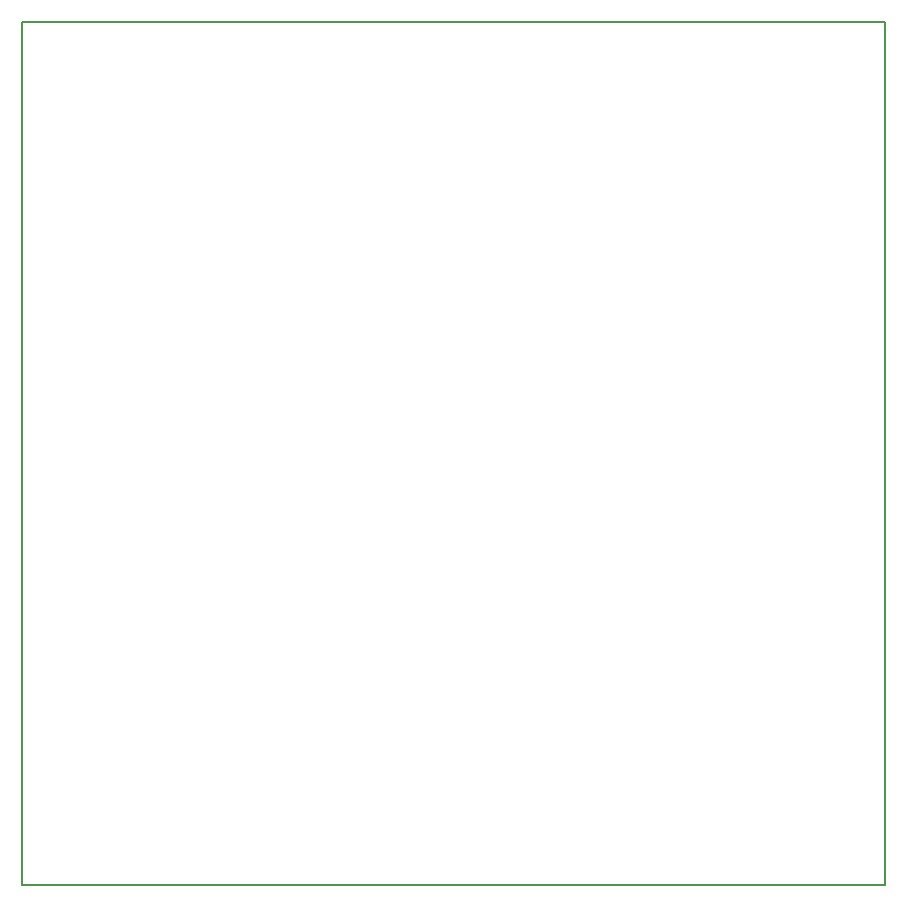
<source format=gm1>
G04 #@! TF.FileFunction,Profile,NP*
%FSLAX46Y46*%
G04 Gerber Fmt 4.6, Leading zero omitted, Abs format (unit mm)*
G04 Created by KiCad (PCBNEW no-vcs-found-product) date mié 22 jul 2015 02:19:54 COT*
%MOMM*%
G01*
G04 APERTURE LIST*
%ADD10C,0.100000*%
%ADD11C,0.150000*%
G04 APERTURE END LIST*
D10*
D11*
X92300000Y-66300000D02*
X92300000Y-139300000D01*
X92300000Y-139300000D02*
X19300000Y-139300000D01*
X19300000Y-139300000D02*
X19300000Y-66300000D01*
X19300000Y-66300000D02*
X92300000Y-66300000D01*
M02*

</source>
